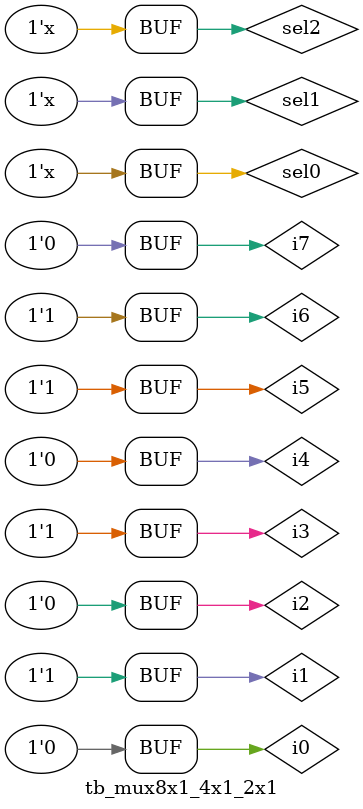
<source format=v>
`timescale 1ns / 1ps

module tb_mux8x1_4x1_2x1;
reg i0,i1,i2,i3,i4,i5,i6,i7;
reg sel0,sel1,sel2;
wire y;
mux8x1_4x1_2x1 dut(i0,i1,i2,i3,i4,i5,i6,i7,sel0,sel1,sel2,y);

initial begin
{i0,i1,i2,i3,i4,i5,i6,i7,sel0,sel1,sel2} = 0;
#5;
{i0,i1,i2,i3,i4,i5,i6,i7} = 8'hcc;
#50;

{i0,i1,i2,i3,i4,i5,i6,i7} = 8'h33;
#50;


{i0,i1,i2,i3,i4,i5,i6,i7} = 8'h56;
#50;

end



always #5 sel2 = ~sel2;
always #10 sel1 = ~sel1;
always #20 sel0 = ~sel0;

endmodule






</source>
